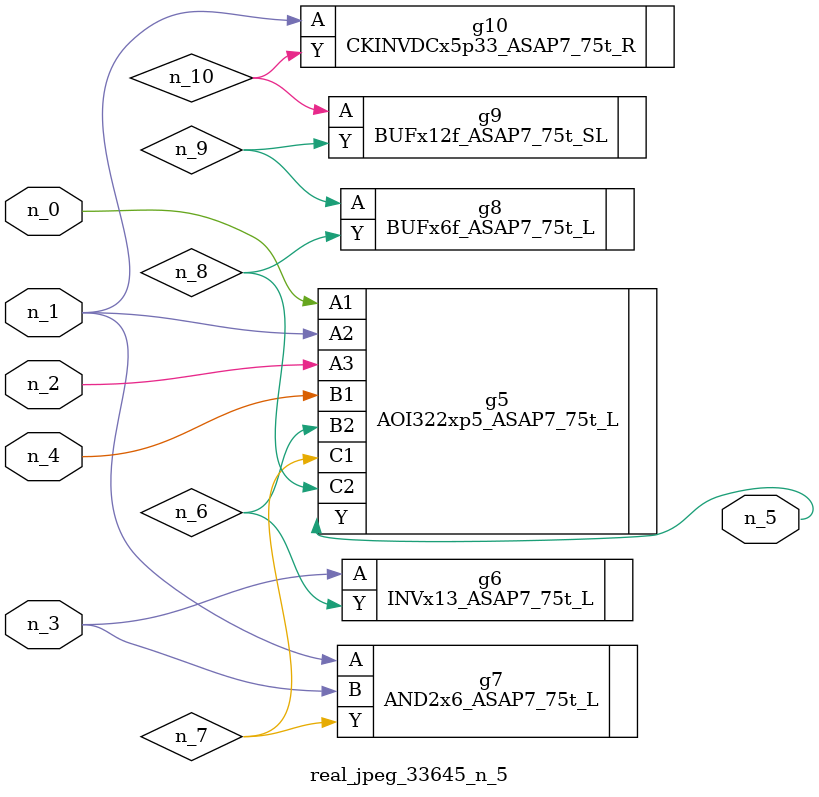
<source format=v>
module real_jpeg_33645_n_5 (n_4, n_0, n_1, n_2, n_3, n_5);

input n_4;
input n_0;
input n_1;
input n_2;
input n_3;

output n_5;

wire n_8;
wire n_6;
wire n_7;
wire n_10;
wire n_9;

AOI322xp5_ASAP7_75t_L g5 ( 
.A1(n_0),
.A2(n_1),
.A3(n_2),
.B1(n_4),
.B2(n_6),
.C1(n_7),
.C2(n_8),
.Y(n_5)
);

AND2x6_ASAP7_75t_L g7 ( 
.A(n_1),
.B(n_3),
.Y(n_7)
);

CKINVDCx5p33_ASAP7_75t_R g10 ( 
.A(n_1),
.Y(n_10)
);

INVx13_ASAP7_75t_L g6 ( 
.A(n_3),
.Y(n_6)
);

BUFx6f_ASAP7_75t_L g8 ( 
.A(n_9),
.Y(n_8)
);

BUFx12f_ASAP7_75t_SL g9 ( 
.A(n_10),
.Y(n_9)
);


endmodule
</source>
